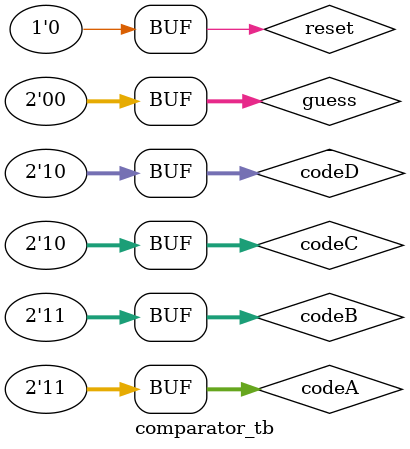
<source format=sv>

module comparator(reset, guess, codeA, codeB, codeC, codeD, correctLocation, valueOnly);
	input logic reset;
	input logic [1:0] guess, codeA, codeB, codeC, codeD;
	output logic [2:0] correctLocation, valueOnly;
	
	always @(*) begin
		if (reset) begin
			correctLocation = 3'b000;
			valueOnly = 3'b000;
		end else if (guess == codeA) begin
			correctLocation = 3'b001;
			valueOnly = 3'b000;
		end else begin
			if (guess == codeB)
				valueOnly = 3'b001;
			else if (guess == codeC)
				valueOnly = 3'b001;
			else if (guess == codeD)
				valueOnly = 3'b001;
			else begin
				valueOnly = 3'b000;
			end
			correctLocation = 3'b000;
		end
	end
endmodule

module comparator_tb();
	logic reset;
	logic [1:0] guess, codeA, codeB, codeC, codeD;
	logic [2:0] correctLocation, valueOnly;
	
	comparator dut(reset, guess, codeA, codeB, codeC, codeD, correctLocation, valueOnly);
	
	initial begin
		reset = 1;	#10;
		reset = 0;	#10;
		guess = 2'b00;	codeA = 2'b00;	codeB = 2'b11;	codeC = 2'b10;	codeD = 2'b10;	#10;
		guess = 2'b00;	codeA = 2'b11;	codeB = 2'b11;	codeC = 2'b10;	codeD = 2'b00;	#10;
		guess = 2'b00;	codeA = 2'b11;	codeB = 2'b11;	codeC = 2'b00;	codeD = 2'b10;	#10;
		guess = 2'b00;	codeA = 2'b11;	codeB = 2'b11;	codeC = 2'b10;	codeD = 2'b10;	#10;
	end
endmodule

</source>
